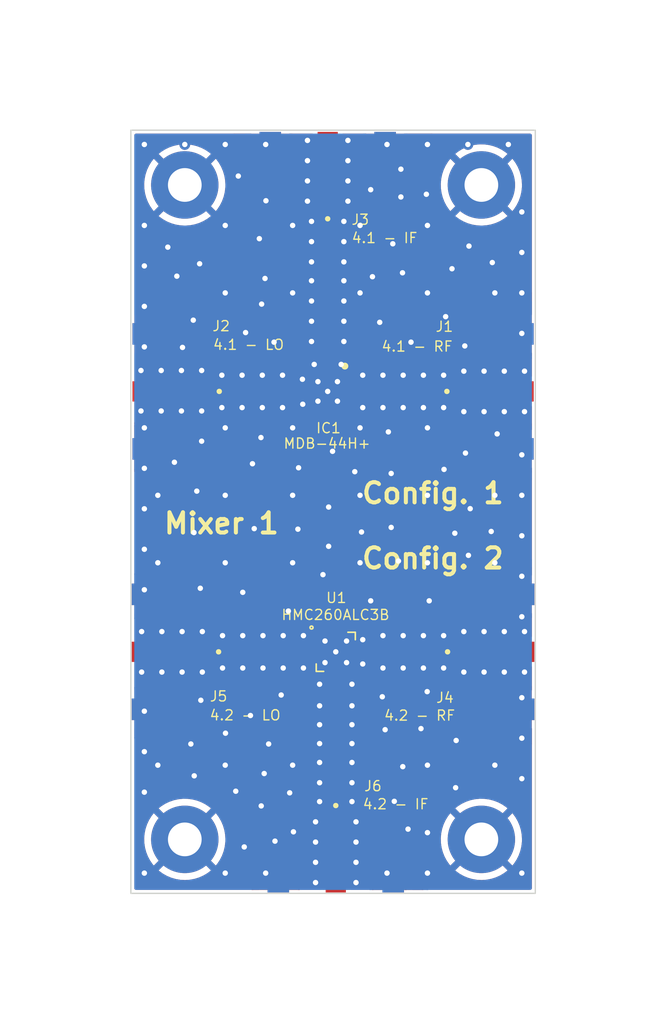
<source format=kicad_pcb>
(kicad_pcb (version 20211014) (generator pcbnew)
  (layers (0 "F.Cu" signal) (31 "B.Cu" signal) (34 "B.Paste" user) (35 "F.Paste" user) (36 "B.SilkS" user "B.Silkscreen") (37 "F.SilkS" user "F.Silkscreen") (38 "B.Mask" user) (39 "F.Mask" user) (44 "Edge.Cuts" user))
  (net 0 "")
  (net 1 "/IF 4.1")
  (net 2 "/LO 4.1")
  (net 3 "/RF 4.1")
  (net 4 "/RF 4.2")
  (net 5 "/LO 4.2")
  (net 6 "/IF 4.2")
  (net 7 "GND1")
  (footprint "MountingHole:MountingHole_2.5mm_Pad" (layer "F.Cu") (at 109 165.5)
    (fp_text reference "H1" hide)
    (fp_text value "MountingHole_Pad")
  )
  (footprint "GGS_Connectors:LINX_CONSMA020.062-G" (layer "F.Cu") (at 97.6 113.0675 180)
    (fp_text reference "J3")
    (fp_text value "SMA")
  )
  (footprint "GGS_Connectors:LINX_CONSMA020.062-G" (layer "F.Cu") (at 83.1175 132.3 -90)
    (fp_text reference "J2")
    (fp_text value "SMA")
  )
  (footprint "GGS_Connectors:LINX_CONSMA020.062-G" (layer "F.Cu") (at 98.2 169.4325)
    (fp_text reference "J6")
    (fp_text value "SMA")
  )
  (footprint "MountingHole:MountingHole_2.5mm_Pad" (layer "F.Cu") (at 109 117)
    (fp_text reference "H3" hide)
    (fp_text value "MountingHole_Pad")
  )
  (footprint "GGS_Connectors:LINX_CONSMA020.062-G" (layer "F.Cu") (at 112.9325 151.6 90)
    (fp_text reference "J4")
    (fp_text value "SMA")
  )
  (footprint "GGS_Connectors:LINX_CONSMA020.062-G" (layer "F.Cu") (at 112.8825 132.3 90)
    (fp_text reference "J1")
    (fp_text value "SMA")
  )
  (footprint "MountingHole:MountingHole_2.5mm_Pad" (layer "F.Cu") (at 87 165.5)
    (fp_text reference "H2" hide)
    (fp_text value "MountingHole_Pad")
  )
  (footprint "GGS_Connectors:LINX_CONSMA020.062-G" (layer "F.Cu") (at 83.0675 151.6 -90)
    (fp_text reference "J5")
    (fp_text value "SMA")
  )
  (footprint "SamacSys_Parts:QFN51P300X300X89-13N" (layer "F.Cu") (at 97.6 132.3 -90)
    (fp_text reference "IC1")
    (fp_text value "MDB-44H+")
  )
  (footprint "MountingHole:MountingHole_2.5mm_Pad" (layer "F.Cu") (at 87 117)
    (fp_text reference "H4" hide)
    (fp_text value "MountingHole_Pad")
  )
  (footprint "Mixer_2:HMC260ALC3B" (layer "F.Cu") (at 98.2 151.6)
    (fp_text reference "U1")
    (fp_text value "HMC260ALC3B")
  )
  (gr_rect (start 83 112.94) (end 113 169.5) (layer "Edge.Cuts") (width 0.1) (fill none))
  (gr_text "4.1 - LO" (at 91.73 128.84) (layer "F.SilkS") (effects (font (size 0.75 0.75) (thickness 0.1))))
  (gr_text "4.1 - RF" (at 104.23 128.97) (layer "F.SilkS") (effects (font (size 0.75 0.75) (thickness 0.1))))
  (gr_text "4.2 - RF" (at 104.42 156.32) (layer "F.SilkS") (effects (font (size 0.75 0.75) (thickness 0.1))))
  (gr_text "4.2 - LO" (at 91.48 156.3) (layer "F.SilkS") (effects (font (size 0.75 0.75) (thickness 0.1))))
  (gr_text "Mixer 1" (at 89.72 142.08) (layer "F.SilkS") (effects (font (size 1.5 1.5) (thickness 0.3))))
  (gr_text "Config. 1\n\nConfig. 2" (at 105.4 142.26) (layer "F.SilkS") (effects (font (size 1.5 1.5) (thickness 0.3))))
  (gr_text "4.2 - IF" (at 102.64 162.89) (layer "F.SilkS") (effects (font (size 0.75 0.75) (thickness 0.1))))
  (gr_text "4.1 - IF" (at 101.82 120.93) (layer "F.SilkS") (effects (font (size 0.75 0.75) (thickness 0.1))))
  (segment (start 97.6 115.8675) (end 97.6 129.8182) (width 0.814578) (layer "F.Cu") (net 1))
  (segment (start 97.6 130.85) (end 97.6 129.8182) (width 0.25) (layer "F.Cu") (net 1))
  (segment (start 85.9175 132.3) (end 95.104992 132.3) (width 0.840994) (layer "F.Cu") (net 2))
  (segment (start 96.15 132.3) (end 95.104992 132.3) (width 0.25) (layer "F.Cu") (net 2))
  (segment (start 110.0825 132.3) (end 100.085864 132.3) (width 0.822706) (layer "F.Cu") (net 3))
  (segment (start 99.05 132.3) (end 100.085864 132.3) (width 0.25) (layer "F.Cu") (net 3))
  (segment (start 110.1325 151.6) (end 101.3 151.6) (width 0.822706) (layer "F.Cu") (net 4))
  (segment (start 101.3 151.6) (end 100.760864 151.6) (width 0.822706) (layer "F.Cu") (net 4))
  (segment (start 99.7 151.6) (end 100.760864 151.6) (width 0.25) (layer "F.Cu") (net 4))
  (segment (start 99.7 151.6) (end 101.3 151.6) (width 0.25) (layer "F.Cu") (net 4))
  (segment (start 85.8675 151.6) (end 94.4 151.6) (width 0.840486) (layer "F.Cu") (net 5))
  (segment (start 94.4 151.6) (end 95.630246 151.6) (width 0.840486) (layer "F.Cu") (net 5))
  (segment (start 96.7 151.6) (end 94.4 151.6) (width 0.25) (layer "F.Cu") (net 5))
  (segment (start 96.7 151.6) (end 95.630246 151.6) (width 0.25) (layer "F.Cu") (net 5))
  (segment (start 98.2 166.6325) (end 98.2 154.9) (width 0.816102) (layer "F.Cu") (net 6))
  (segment (start 98.2 153.1) (end 98.2 154.9) (width 0.25) (layer "F.Cu") (net 6))
  (segment (start 98.2 153.1) (end 98.2 154.157562) (width 0.25) (layer "F.Cu") (net 6))
  (segment (start 98.2 154.9) (end 98.2 154.157562) (width 0.816102) (layer "F.Cu") (net 6))
  (segment (start 98.8 133.5) (end 100.2 133.5) (width 0.840994) (layer "F.Cu") (net 7))
  (segment (start 98.11 133.75) (end 98.11 132.81) (width 0.840994) (layer "F.Cu") (net 7))
  (segment (start 85.5675 128.04) (end 85.5675 127.7375) (width 0.840994) (layer "F.Cu") (net 7))
  (segment (start 100.79 118.11) (end 100.79 117.35) (width 0.840994) (layer "F.Cu") (net 7))
  (segment (start 97 150.4) (end 95.8 150.4) (width 0.840994) (layer "F.Cu") (net 7))
  (segment (start 95.6 133.4) (end 94.35 133.4) (width 0.840994) (layer "F.Cu") (net 7))
  (segment (start 99.04 149.76) (end 98.7 150.1) (width 0.840994) (layer "F.Cu") (net 7))
  (segment (start 83.75 135.36) (end 83.75 133.75) (width 0.840994) (layer "F.Cu") (net 7))
  (segment (start 112.32 154.2) (end 112.29 154.17) (width 0.840994) (layer "F.Cu") (net 7))
  (segment (start 110.4325 126.8975) (end 112.32 125.01) (width 0.840994) (layer "F.Cu") (net 7))
  (segment (start 98.11 132.81) (end 97.6 132.3) (width 0.840994) (layer "F.Cu") (net 7))
  (segment (start 85.36 155.86) (end 83.68 154.18) (width 0.840994) (layer "F.Cu") (net 7))
  (segment (start 83.8 147.39) (end 83.8 150.1) (width 0.840994) (layer "F.Cu") (net 7))
  (segment (start 112.32 158.4) (end 112.32 154.2) (width 0.840994) (layer "F.Cu") (net 7))
  (segment (start 93.02 118.17) (end 92.3 118.17) (width 0.840994) (layer "F.Cu") (net 7))
  (segment (start 84.92 154.69) (end 83.8 153.57) (width 0.840994) (layer "F.Cu") (net 7))
  (segment (start 93.34 115.5175) (end 92.5775 115.5175) (width 0.840994) (layer "F.Cu") (net 7))
  (segment (start 107.82 156.92) (end 111.77 156.92) (width 0.840994) (layer "F.Cu") (net 7))
  (segment (start 92.84 113.7) (end 96.1 113.7) (width 0.840994) (layer "F.Cu") (net 7))
  (segment (start 83.68 125.85) (end 83.68 129.83) (width 0.840994) (layer "F.Cu") (net 7))
  (segment (start 97.6 134.19) (end 97.28 134.51) (width 0.840994) (layer "F.Cu") (net 7))
  (segment (start 99 152.4) (end 99.29 152.69) (width 0.840994) (layer "F.Cu") (net 7))
  (segment (start 99.04 150.76) (end 99.04 149.44) (width 0.840994) (layer "F.Cu") (net 7))
  (segment (start 97.4 152.4) (end 97.1 152.7) (width 0.840994) (layer "F.Cu") (net 7))
  (segment (start 111.5 129.05) (end 107.78 129.05) (width 0.840994) (layer "F.Cu") (net 7))
  (segment (start 97.7 150.1) (end 98.7 150.1) (width 0.840994) (layer "F.Cu") (net 7))
  (segment (start 98.6 131.3) (end 98.325 131.575) (width 0.840994) (layer "F.Cu") (net 7))
  (segment (start 97.09 132.81) (end 97.6 132.3) (width 0.840994) (layer "F.Cu") (net 7))
  (segment (start 105.1 168.37) (end 104.77 168.7) (width 0.840994) (layer "F.Cu") (net 7))
  (segment (start 92.83 167.3) (end 92.65 167.48) (width 0.840994) (layer "F.Cu") (net 7))
  (segment (start 99.4 153.529992) (end 98.970008 153.1) (width 0.840994) (layer "F.Cu") (net 7))
  (segment (start 83.68 154.18) (end 83.68 157.71) (width 0.840994) (layer "F.Cu") (net 7))
  (segment (start 107.77 129.04) (end 107.77 128.93) (width 0.840994) (layer "F.Cu") (net 7))
  (segment (start 107.77 128.93) (end 107.77 126.98) (width 0.840994) (layer "F.Cu") (net 7))
  (segment (start 103.39 168.83) (end 100.93 168.83) (width 0.840994) (layer "F.Cu") (net 7))
  (segment (start 111.6 148.29) (end 107.76 148.29) (width 0.840994) (layer "F.Cu") (net 7))
  (segment (start 94.88 168.05) (end 94.88 164.3) (width 0.840994) (layer "F.Cu") (net 7))
  (segment (start 84.26 137.6) (end 84.31 137.55) (width 0.840994) (layer "F.Cu") (net 7))
  (segment (start 90.68 113.62) (end 94.93 113.62) (width 0.840994) (layer "F.Cu") (net 7))
  (segment (start 83.68 157.71) (end 83.7 157.73) (width 0.840994) (layer "F.Cu") (net 7))
  (segment (start 97.66 150.1) (end 97.25 149.69) (width 0.840994) (layer "F.Cu") (net 7))
  (segment (start 103.4125 115.5175) (end 105.31 113.62) (width 0.840994) (layer "F.Cu") (net 7))
  (segment (start 105.31 113.62) (end 100.41 113.62) (width 0.840994) (layer "F.Cu") (net 7))
  (segment (start 111.66 154.92) (end 107.85 154.92) (width 0.840994) (layer "F.Cu") (net 7))
  (segment (start 99.02 131.529992) (end 99.05 131.529992) (width 0.840994) (layer "F.Cu") (net 7))
  (segment (start 97.429992 153.14) (end 97.429992 153.1) (width 0.840994) (layer "F.Cu") (net 7))
  (segment (start 85.5675 136.5475) (end 83.67 134.65) (width 0.840994) (layer "F.Cu") (net 7))
  (segment (start 96.72 134.51) (end 96.38 134.17) (width 0.840994) (layer "F.Cu") (net 7))
  (segment (start 99.479992 133.5) (end 99.05 133.070008) (width 0.840994) (layer "F.Cu") (net 7))
  (segment (start 98.325 133.025) (end 98.8 133.5) (width 0.840994) (layer "F.Cu") (net 7))
  (segment (start 88.12 156.83) (end 88.16 156.79) (width 0.840994) (layer "F.Cu") (net 7))
  (segment (start 94.35 133.4) (end 94.25 133.5) (width 0.840994) (layer "F.Cu") (net 7))
  (segment (start 96.51 131.21) (end 96.51 128.71) (width 0.840994) (layer "F.Cu") (net 7))
  (segment (start 99.29 150.51) (end 101.59 150.51) (width 0.840994) (layer "F.Cu") (net 7))
  (segment (start 97.4 150.8) (end 97.25 150.65) (width 0.840994) (layer "F.Cu") (net 7))
  (segment (start 100.070008 150.829992) (end 99.7 150.829992) (width 0.840994) (layer "F.Cu") (net 7))
  (segment (start 96.6 131.3) (end 96.6 130.3) (width 0.840994) (layer "F.Cu") (net 7))
  (segment (start 96.7 131.4) (end 95.725 131.4) (width 0.840994) (layer "F.Cu") (net 7))
  (segment (start 110.4325 128.04) (end 110.4325 126.8975) (width 0.840994) (layer "F.Cu") (net 7))
  (segment (start 98.6 130.3) (end 98.6 131.3) (width 0.840994) (layer "F.Cu") (net 7))
  (segment (start 98.11 133.75) (end 98.75 134.39) (width 0.840994) (layer "F.Cu") (net 7))
  (segment (start 101.48 164.34) (end 103.49 164.34) (width 0.840994) (layer "F.Cu") (net 7))
  (segment (start 103.03 117.89) (end 102.75 118.17) (width 0.840994) (layer "F.Cu") (net 7))
  (segment (start 88.25 135.99) (end 88.25 135.59) (width 0.840994) (layer "F.Cu") (net 7))
  (segment (start 97.28 134.51) (end 96.72 134.51) (width 0.840994) (layer "F.Cu") (net 7))
  (segment (start 94.93 113.62) (end 94.93 113.73) (width 0.840994) (layer "F.Cu") (net 7))
  (segment (start 107.85 154.92) (end 107.81 154.96) (width 0.840994) (layer "F.Cu") (net 7))
  (segment (start 112.32 129.59) (end 112.3 129.61) (width 0.840994) (layer "F.Cu") (net 7))
  (segment (start 98.2 151.6) (end 99 150.8) (width 0.840994) (layer "F.Cu") (net 7))
  (segment (start 111.77 156.92) (end 112.2 156.49) (width 0.840994) (layer "F.Cu") (net 7))
  (segment (start 88.15 146.28) (end 88.1 146.23) (width 0.840994) (layer "F.Cu") (net 7))
  (segment (start 103.03 114.43) (end 103.03 115.83) (width 0.840994) (layer "F.Cu") (net 7))
  (segment (start 107.79 137.58) (end 107.79 135.5) (width 0.840994) (layer "F.Cu") (net 7))
  (segment (start 84.46 148.3) (end 88.15 148.3) (width 0.840994) (layer "F.Cu") (net 7))
  (segment (start 84.66 129.05) (end 84.64 129.03) (width 0.840994) (layer "F.Cu") (net 7))
  (segment (start 98.6 130.3) (end 98.68 130.22) (width 0.840994) (layer "F.Cu") (net 7))
  (segment (start 98.75 134.39) (end 98.83 134.39) (width 0.840994) (layer "F.Cu") (net 7))
  (segment (start 99.54 153.27) (end 99.7 153.11) (width 0.840994) (layer "F.Cu") (net 7))
  (segment (start 102.46 167.9) (end 103.39 168.83) (width 0.840994) (layer "F.Cu") (net 7))
  (segment (start 84.26 137.63) (end 84.26 137.6) (width 0.840994) (layer "F.Cu") (net 7))
  (segment (start 97.5 149.44) (end 97.4 149.54) (width 0.840994) (layer "F.Cu") (net 7))
  (segment (start 85.5675 135.8875) (end 84.74 135.06) (width 0.840994) (layer "F.Cu") (net 7))
  (segment (start 99.4 154) (end 99.4 153.529992) (width 0.840994) (layer "F.Cu") (net 7))
  (segment (start 97 153.529992) (end 97.429992 153.1) (width 0.840994) (layer "F.Cu") (net 7))
  (segment (start 83.67 134.65) (end 83.67 138.22) (width 0.840994) (layer "F.Cu") (net 7))
  (segment (start 111.68 137.59) (end 107.8 137.59) (width 0.840994) (layer "F.Cu") (net 7))
  (segment (start 110.82 135.45) (end 112.2 134.07) (width 0.840994) (layer "F.Cu") (net 7))
  (segment (start 112.32 149.03) (end 112.31 149.04) (width 0.840994) (layer "F.Cu") (net 7))
  (segment (start 100.79 115.02) (end 99.47 113.7) (width 0.840994) (layer "F.Cu") (net 7))
  (segment (start 84.18 127.04) (end 84.2 127.02) (width 0.840994) (layer "F.Cu") (net 7))
  (segment (start 92.3 118.17) (end 92.27 118.14) (width 0.840994) (layer "F.Cu") (net 7))
  (segment (start 103.49 164.34) (end 103.56 164.41) (width 0.840994) (layer "F.Cu") (net 7))
  (segment (start 95.8 150.4) (end 96.270008 150.4) (width 0.840994) (layer "F.Cu") (net 7))
  (segment (start 94.36 118.15) (end 94.34 118.17) (width 0.840994) (layer "F.Cu") (net 7))
  (segment (start 98.6 130.3) (end 98.6 130.94) (width 0.840994) (layer "F.Cu") (net 7))
  (segment (start 112.29 138.27) (end 111.68 137.66) (width 0.840994) (layer "F.Cu") (net 7))
  (segment (start 101.59 152.69) (end 101.7 152.8) (width 0.840994) (layer "F.Cu") (net 7))
  (segment (start 85.78 134.72) (end 86.75 133.75) (width 0.840994) (layer "F.Cu") (net 7))
  (segment (start 92.27 114.27) (end 92.84 113.7) (width 0.840994) (layer "F.Cu") (net 7))
  (segment (start 97.4 150.8) (end 97.1 150.5) (width 0.840994) (layer "F.Cu") (net 7))
  (segment (start 84.96 146.23) (end 83.8 147.39) (width 0.840994) (layer "F.Cu") (net 7))
  (segment (start 83.71 149.18) (end 84.43 148.46) (width 0.840994) (layer "F.Cu") (net 7))
  (segment (start 83.7 157.73) (end 84.4 157.03) (width 0.840994) (layer "F.Cu") (net 7))
  (segment (start 88.17 129.05) (end 84.66 129.05) (width 0.840994) (layer "F.Cu") (net 7))
  (segment (start 87.63 127.02) (end 88.24 127.02) (width 0.840994) (layer "F.Cu") (net 7))
  (segment (start 84.4 156.86) (end 84.43 156.83) (width 0.840994) (layer "F.Cu") (net 7))
  (segment (start 110.17 135.45) (end 110.82 135.45) (width 0.840994) (layer "F.Cu") (net 7))
  (segment (start 101.59 150.51) (end 101.7 150.4) (width 0.840994) (layer "F.Cu") (net 7))
  (segment (start 84.74 135.06) (end 84.11 135.69) (width 0.840994) (layer "F.Cu") (net 7))
  (segment (start 83.8 153.57) (end 83.8 153.1) (width 0.840994) (layer "F.Cu") (net 7))
  (segment (start 112.32 145.39) (end 112.32 149.03) (width 0.840994) (layer "F.Cu") (net 7))
  (segment (start 99.7 153.11) (end 99.7 152.370008) (width 0.840994) (layer "F.Cu") (net 7))
  (segment (start 99.29 152.69) (end 101.59 152.69) (width 0.840994) (layer "F.Cu") (net 7))
  (segment (start 100.2 150.7) (end 100.070008 150.829992) (width 0.840994) (layer "F.Cu") (net 7))
  (segment (start 92.65 167.48) (end 93.87 168.7) (width 0.840994) (layer "F.Cu") (net 7))
  (segment (start 103.56 164.41) (end 103.56 164.74) (width 0.840994) (layer "F.Cu") (net 7))
  (segment (start 96.38 133.98) (end 96.61 133.75) (width 0.840994) (layer "F.Cu") (net 7))
  (segment (start 84.11 135.72) (end 83.75 135.36) (width 0.840994) (layer "F.Cu") (net 7))
  (segment (start 97.1 152.7) (end 94.4 152.7) (width 0.840994) (layer "F.Cu") (net 7))
  (segment (start 97.4 150.8) (end 97.5 150.8) (width 0.840994) (layer "F.Cu") (net 7))
  (segment (start 100.2 133.5) (end 99.479992 133.5) (width 0.840994) (layer "F.Cu") (net 7))
  (segment (start 103.26 168.7) (end 103.39 168.83) (width 0.840994) (layer "F.Cu") (net 7))
  (segment (start 97.4 152.4) (end 98.2 151.6) (width 0.840994) (layer "F.Cu") (net 7))
  (segment (start 110.5 136.56) (end 112.32 134.74) (width 0.840994) (layer "F.Cu") (net 7))
  (segment (start 99 150.8) (end 99.29 150.51) (width 0.840994) (layer "F.Cu") (net 7))
  (segment (start 103.39 168.83) (end 104.64 168.83) (width 0.840994) (layer "F.Cu") (net 7))
  (segment (start 95.8 152.8) (end 96.270008 152.8) (width 0.840994) (layer "F.Cu") (net 7))
  (segment (start 83.69 129.84) (end 84.18 129.35) (width 0.840994) (layer "F.Cu") (net 7))
  (segment (start 112.2 156.49) (end 112.2 153.1) (width 0.840994) (layer "F.Cu") (net 7))
  (segment (start 112.2 127.53) (end 112.2 130.8) (width 0.840994) (layer "F.Cu") (net 7))
  (segment (start 107.84 135.45) (end 110.17 135.45) (width 0.840994) (layer "F.Cu") (net 7))
  (segment (start 84.43 156.83) (end 88.12 156.83) (width 0.840994) (layer "F.Cu") (net 7))
  (segment (start 110.4325 136.56) (end 110.5 136.56) (width 0.840994) (layer "F.Cu") (net 7))
  (segment (start 101.49 168.21) (end 101.49 164.35) (width 0.840994) (layer "F.Cu") (net 7))
  (segment (start 83.68 145.68) (end 83.68 149.15) (width 0.840994) (layer "F.Cu") (net 7))
  (segment (start 95.49 168.66) (end 94.88 168.05) (width 0.840994) (layer "F.Cu") (net 7))
  (segment (start 97.25 149.69) (end 97.5 149.44) (width 0.840994) (layer "F.Cu") (net 7))
  (segment (start 99 150.8) (end 97.4 150.8) (width 0.840994) (layer "F.Cu") (net 7))
  (segment (start 107.76 146.26) (end 107.79 146.23) (width 0.840994) (layer "F.Cu") (net 7))
  (segment (start 85.5175 155.86) (end 85.36 155.86) (width 0.840994) (layer "F.Cu") (net 7))
  (segment (start 85.5675 127.7375) (end 83.68 125.85) (width 0.840994) (layer "F.Cu") (net 7))
  (segment (start 96.875 133.025) (end 98.325 133.025) (width 0.840994) (layer "F.Cu") (net 7))
  (segment (start 97.4 150.8) (end 97.4 149.54) (width 0.840994) (layer "F.Cu") (net 7))
  (segment (start 107.8 137.59) (end 107.79 137.58) (width 0.840994) (layer "F.Cu") (net 7))
  (segment (start 112.2 134.07) (end 112.2 133.8) (width 0.840994) (layer "F.Cu") (net 7))
  (segment (start 96.875 131.575) (end 96.6 131.3) (width 0.840994) (layer "F.Cu") (net 7))
  (segment (start 97.4 150.8) (end 97 150.4) (width 0.840994) (layer "F.Cu") (net 7))
  (segment (start 98.71 134.51) (end 97.28 134.51) (width 0.840994) (layer "F.Cu") (net 7))
  (segment (start 112.32 138.24) (end 112.29 138.27) (width 0.840994) (layer "F.Cu") (net 7))
  (segment (start 107.77 126.98) (end 111.65 126.98) (width 0.840994) (layer "F.Cu") (net 7))
  (segment (start 92.27 118.14) (end 92.27 114.27) (width 0.840994) (layer "F.Cu") (net 7))
  (segment (start 99 150.8) (end 99.04 150.76) (width 0.840994) (layer "F.Cu") (net 7))
  (segment (start 96.875 131.575) (end 96.51 131.21) (width 0.840994) (layer "F.Cu") (net 7))
  (segment (start 94.88 164.3) (end 92.93 164.3) (width 0.840994) (layer "F.Cu") (net 7))
  (segment (start 107.79 135.5) (end 107.84 135.45) (width 0.840994) (layer "F.Cu") (net 7))
  (segment (start 97.4 152.74) (end 97 153.14) (width 0.840994) (layer "F.Cu") (net 7))
  (segment (start 84.43 148.46) (end 84.43 148.33) (width 0.840994) (layer "F.Cu") (net 7))
  (segment (start 97 153.14) (end 97.429992 153.14) (width 0.840994) (layer "F.Cu") (net 7))
  (segment (start 85.78 135.52) (end 85.78 134.72) (width 0.840994) (layer "F.Cu") (net 7))
  (segment (start 100.2 131.1) (end 99.479992 131.1) (width 0.840994) (layer "F.Cu") (net 7))
  (segment (start 102.46 166.9825) (end 102.46 167.9) (width 0.840994) (layer "F.Cu") (net 7))
  (segment (start 98.2 151.6) (end 99 152.4) (width 0.840994) (layer "F.Cu") (net 7))
  (segment (start 93.87 168.7) (end 96.7 168.7) (width 0.840994) (layer "F.Cu") (net 7))
  (segment (start 110.4825 155.86) (end 110.4825 156.5625) (width 0.840994) (layer "F.Cu") (net 7))
  (segment (start 102.75 118.17) (end 100.85 118.17) (width 0.840994) (layer "F.Cu") (net 7))
  (segment (start 92.93 164.3) (end 92.83 164.4) (width 0.840994) (layer "F.Cu") (net 7))
  (segment (start 97.4 150.8) (end 98.2 151.6) (width 0.840994) (layer "F.Cu") (net 7))
  (segment (start 98.9 150.8) (end 98.2 150.1) (width 0.840994) (layer "F.Cu") (net 7))
  (segment (start 94.36 114.3) (end 94.36 118.15) (width 0.840994) (layer "F.Cu") (net 7))
  (segment (start 96.875 131.575) (end 96.7 131.4) (width 0.840994) (layer "F.Cu") (net 7))
  (segment (start 85.5175 147.34) (end 85.34 147.34) (width 0.840994) (layer "F.Cu") (net 7))
  (segment (start 107.78 129.05) (end 107.77 129.04) (width 0.840994) (layer "F.Cu") (net 7))
  (segment (start 84.4 157.03) (end 84.4 156.86) (width 0.840994) (layer "F.Cu") (net 7))
  (segment (start 98.6 130.94) (end 99.02 131.36) (width 0.840994) (layer "F.Cu") (net 7))
  (segment (start 98.68 130.22) (end 98.68 128.72) (width 0.840994) (layer "F.Cu") (net 7))
  (segment (start 112.06 129.61) (end 111.5 129.05) (width 0.840994) (layer "F.Cu") (net 7))
  (segment (start 110.4825 156.5625) (end 112.32 158.4) (width 0.840994) (layer "F.Cu") (net 7))
  (segment (start 111.71 154.87) (end 111.66 154.92) (width 0.840994) (layer "F.Cu") (net 7))
  (segment (start 88.25 137.55) (end 88.25 135.99) (width 0.840994) (layer "F.Cu") (net 7))
  (segment (start 96.38 134.17) (end 96.38 133.98) (width 0.840994) (layer "F.Cu") (net 7))
  (segment (start 97.5 150.8) (end 98.2 150.1) (width 0.840994) (layer "F.Cu") (net 7))
  (segment (start 111.67 146.23) (end 112.2 146.76) (width 0.840994) (layer "F.Cu") (net 7))
  (segment (start 97.09 133.75) (end 97.09 132.81) (width 0.840994) (layer "F.Cu") (net 7))
  (segment (start 95.47 168.83) (end 95.49 168.81) (width 0.840994) (layer "F.Cu") (net 7))
  (segment (start 97.1 150.5) (end 94.4 150.5) (width 0.840994) (layer "F.Cu") (net 7))
  (segment (start 94.35 131.2) (end 94.25 131.1) (width 0.840994) (layer "F.Cu") (net 7))
  (segment (start 96.270008 152.8) (end 96.7 152.370008) (width 0.840994) (layer "F.Cu") (net 7))
  (segment (start 94.34 118.17) (end 93.02 118.17) (width 0.840994) (layer "F.Cu") (net 7))
  (segment (start 111.65 126.98) (end 112.2 127.53) (width 0.840994) (layer "F.Cu") (net 7))
  (segment (start 88.15 148.3) (end 88.15 146.89) (width 0.840994) (layer "F.Cu") (net 7))
  (segment (start 84.64 129.03) (end 83.75 129.92) (width 0.840994) (layer "F.Cu") (net 7))
  (segment (start 92.83 164.4) (end 92.83 167.3) (width 0.840994) (layer "F.Cu") (net 7))
  (segment (start 93.8675 166.9825) (end 92.02 168.83) (width 0.840994) (layer "F.Cu") (net 7))
  (segment (start 84.31 137.55) (end 86.23 137.55) (width 0.840994) (layer "F.Cu") (net 7))
  (segment (start 84.18 129.35) (end 84.18 128.82) (width 0.840994) (layer "F.Cu") (net 7))
  (segment (start 92.5775 115.5175) (end 90.68 113.62) (width 0.840994) (layer "F.Cu") (net 7))
  (segment (start 97.11 155.49) (end 97 155.6) (width 0.840994) (layer "F.Cu") (net 7))
  (segment (start 97 154) (end 97 153.529992) (width 0.840994) (layer "F.Cu") (net 7))
  (segment (start 111.68 137.66) (end 111.68 137.59) (width 0.840994) (layer "F.Cu") (net 7))
  (segment (start 94.93 113.73) (end 94.36 114.3) (width 0.840994) (layer "F.Cu") (net 7))
  (segment (start 98.2 150.1) (end 97.66 150.1) (width 0.840994) (layer "F.Cu") (net 7))
  (segment (start 88.1 146.23) (end 84.96 146.23) (width 0.840994) (layer "F.Cu") (net 7))
  (segment (start 100.85 118.17) (end 100.79 118.11) (width 0.840994) (layer "F.Cu") (net 7))
  (segment (start 107.76 148.29) (end 107.76 146.26) (width 0.840994) (layer "F.Cu") (net 7))
  (segment (start 100.79 117.35) (end 100.79 115.02) (width 0.840994) (layer "F.Cu") (net 7))
  (segment (start 110.4825 147.2275) (end 112.32 145.39) (width 0.840994) (layer "F.Cu") (net 7))
  (segment (start 104.77 168.7) (end 99.7 168.7) (width 0.840994) (layer "F.Cu") (net 7))
  (segment (start 112.29 154.17) (end 111.71 154.75) (width 0.840994) (layer "F.Cu") (net 7))
  (segment (start 95.75 133.25) (end 95.6 133.4) (width 0.840994) (layer "F.Cu") (net 7))
  (segment (start 99 152.73) (end 99.54 153.27) (width 0.840994) (layer "F.Cu") (net 7))
  (segment (start 97.6 133.75) (end 97.6 134.19) (width 0.840994) (layer "F.Cu") (net 7))
  (segment (start 95.525 131.2) (end 94.35 131.2) (width 0.840994) (layer "F.Cu") (net 7))
  (segment (start 101.49 164.35) (end 101.48 164.34) (width 0.840994) (layer "F.Cu") (net 7))
  (segment (start 86.23 137.55) (end 88.25 137.55) (width 0.840994) (layer "F.Cu") (net 7))
  (segment (start 97.11 152.69) (end 97.11 155.49) (width 0.840994) (layer "F.Cu") (net 7))
  (segment (start 94.4 152.7) (end 94.3 152.8) (width 0.840994) (layer "F.Cu") (net 7))
  (segment (start 104.64 168.83) (end 104.77 168.7) (width 0.840994) (layer "F.Cu") (net 7))
  (segment (start 100.93 168.77) (end 101.49 168.21) (width 0.840994) (layer "F.Cu") (net 7))
  (segment (start 100.93 168.83) (end 100.93 168.77) (width 0.840994) (layer "F.Cu") (net 7))
  (segment (start 88.16 154.95) (end 87.9 154.69) (width 0.840994) (layer "F.Cu") (net 7))
  (segment (start 112.32 134.74) (end 112.32 138.24) (width 0.840994) (layer "F.Cu") (net 7))
  (segment (start 84.11 135.69) (end 84.11 135.72) (width 0.840994) (layer "F.Cu") (net 7))
  (segment (start 112.32 125.01) (end 112.32 129.59) (width 0.840994) (layer "F.Cu") (net 7))
  (segment (start 111.69 148.38) (end 111.6 148.29) (width 0.840994) (layer "F.Cu") (net 7))
  (segment (start 110.4825 147.34) (end 110.4825 147.2275) (width 0.840994) (layer "F.Cu") (net 7))
  (segment (start 85.34 147.34) (end 83.68 145.68) (width 0.840994) (layer "F.Cu") (net 7))
  (segment (start 97.5 149.44) (end 99.04 149.44) (width 0.840994) (layer "F.Cu") (net 7))
  (segment (start 83.75 129.92) (end 83.75 130.75) (width 0.840994) (layer "F.Cu") (net 7))
  (segment (start 112.3 129.61) (end 112.06 129.61) (width 0.840994) (layer "F.Cu") (net 7))
  (segment (start 88.18 135.52) (end 85.78 135.52) (width 0.840994) (layer "F.Cu") (net 7))
  (segment (start 85.5675 136.56) (end 85.5675 136.5475) (width 0.840994) (layer "F.Cu") (net 7))
  (segment (start 112.2 146.76) (end 112.2 150.1) (width 0.840994) (layer "F.Cu") (net 7))
  (segment (start 97.25 150.65) (end 97.25 149.69) (width 0.840994) (layer "F.Cu") (net 7))
  (segment (start 99.479992 131.1) (end 99.05 131.529992) (width 0.840994) (layer "F.Cu") (net 7))
  (segment (start 99.7 168.7) (end 103.26 168.7) (width 0.840994) (layer "F.Cu") (net 7))
  (segment (start 84.43 148.33) (end 84.46 148.3) (width 0.840994) (layer "F.Cu") (net 7))
  (segment (start 98.83 134.39) (end 98.71 134.51) (width 0.840994) (layer "F.Cu") (net 7))
  (segment (start 99.47 113.7) (end 99.1 113.7) (width 0.840994) (layer "F.Cu") (net 7))
  (segment (start 112.31 149.04) (end 111.69 148.42) (width 0.840994) (layer "F.Cu") (net 7))
  (segment (start 88.15 146.89) (end 88.15 146.28) (width 0.840994) (layer "F.Cu") (net 7))
  (segment (start 83.68 149.15) (end 83.71 149.18) (width 0.840994) (layer "F.Cu") (net 7))
  (segment (start 96.270008 150.4) (end 96.7 150.829992) (width 0.840994) (layer "F.Cu") (net 7))
  (segment (start 101.86 115.5175) (end 103.4125 115.5175) (width 0.840994) (layer "F.Cu") (net 7))
  (segment (start 99 152.4) (end 99 152.73) (width 0.840994) (layer "F.Cu") (net 7))
  (segment (start 96.51 128.71) (end 96.4 128.6) (width 0.840994) (layer "F.Cu") (net 7))
  (segment (start 93.94 166.9825) (end 93.8675 166.9825) (width 0.840994) (layer "F.Cu") (net 7))
  (segment (start 101.22 114.43) (end 103.03 114.43) (width 0.840994) (layer "F.Cu") (net 7))
  (segment (start 103.03 115.83) (end 103.03 117.89) (width 0.840994) (layer "F.Cu") (net 7))
  (segment (start 84.18 128.82) (end 84.18 127.04) (width 0.840994) (layer "F.Cu") (net 7))
  (segment (start 100.41 113.62) (end 101.22 114.43) (width 0.840994) (layer "F.Cu") (net 7))
  (segment (start 84.2 127.02) (end 87.63 127.02) (width 0.840994) (layer "F.Cu") (net 7))
  (segment (start 103.94 168.37) (end 105.1 168.37) (width 0.840994) (layer "F.Cu") (net 7))
  (segment (start 111.69 148.42) (end 111.69 148.38) (width 0.840994) (layer "F.Cu") (net 7))
  (segment (start 96.61 133.75) (end 97.09 133.75) (width 0.840994) (layer "F.Cu") (net 7))
  (segment (start 95.75 133.25) (end 96.65 133.25) (width 0.840994) (layer "F.Cu") (net 7))
  (segment (start 95.725 131.4) (end 95.525 131.2) (width 0.840994) (layer "F.Cu") (net 7))
  (segment (start 98.68 128.72) (end 98.8 128.6) (width 0.840994) (layer "F.Cu") (net 7))
  (segment (start 111.71 154.75) (end 111.71 154.87) (width 0.840994) (layer "F.Cu") (net 7))
  (segment (start 88.24 128.98) (end 88.17 129.05) (width 0.840994) (layer "F.Cu") (net 7))
  (segment (start 92.02 168.83) (end 95.47 168.83) (width 0.840994) (layer "F.Cu") (net 7))
  (segment (start 97.4 152.4) (end 97.11 152.69) (width 0.840994) (layer "F.Cu") (net 7))
  (segment (start 95.49 168.81) (end 95.49 168.66) (width 0.840994) (layer "F.Cu") (net 7))
  (segment (start 107.81 156.91) (end 107.82 156.92) (width 0.840994) (layer "F.Cu") (net 7))
  (segment (start 87.9 154.69) (end 84.92 154.69) (width 0.840994) (layer "F.Cu") (net 7))
  (segment (start 103.56 164.74) (end 103.56 167.99) (width 0.840994) (layer "F.Cu") (net 7))
  (segment (start 107.79 146.23) (end 111.67 146.23) (width 0.840994) (layer "F.Cu") (net 7))
  (segment (start 83.67 138.22) (end 84.26 137.63) (width 0.840994) (layer "F.Cu") (net 7))
  (segment (start 103.56 167.99) (end 103.94 168.37) (width 0.840994) (layer "F.Cu") (net 7))
  (segment (start 88.16 156.79) (end 88.16 154.95) (width 0.840994) (layer "F.Cu") (net 7))
  (segment (start 88.24 127.02) (end 88.24 128.98) (width 0.840994) (layer "F.Cu") (net 7))
  (segment (start 99.29 152.69) (end 99.29 155.49) (width 0.840994) (layer "F.Cu") (net 7))
  (segment (start 107.81 154.96) (end 107.81 156.91) (width 0.840994) (layer "F.Cu") (net 7))
  (segment (start 88.25 135.59) (end 88.18 135.52) (width 0.840994) (layer "F.Cu") (net 7))
  (segment (start 99.02 131.36) (end 99.02 131.529992) (width 0.840994) (layer "F.Cu") (net 7))
  (segment (start 96.65 133.25) (end 96.875 133.025) (width 0.840994) (layer "F.Cu") (net 7))
  (segment (start 94.4 150.5) (end 94.3 150.4) (width 0.840994) (layer "F.Cu") (net 7))
  (segment (start 99.29 155.49) (end 99.4 155.6) (width 0.840994) (layer "F.Cu") (net 7))
  (segment (start 99 150.8) (end 98.9 150.8) (width 0.840994) (layer "F.Cu") (net 7))
  (segment (start 83.68 129.83) (end 83.69 129.84) (width 0.840994) (layer "F.Cu") (net 7))
  (segment (start 97.4 152.4) (end 97.4 152.74) (width 0.840994) (layer "F.Cu") (net 7))
  (segment (start 99.04 149.44) (end 99.04 149.76) (width 0.840994) (layer "F.Cu") (net 7))
  (segment (start 85.5675 136.56) (end 85.5675 135.8875) (width 0.840994) (layer "F.Cu") (net 7))
  (via (at 107.82 136.87) (size 0.8) (drill 0.4) (layers "F.Cu" "B.Cu") (net 7))
  (via (at 107.03 142.81) (size 0.8) (drill 0.4) (layers "F.Cu" "B.Cu") (net 7))
  (via (at 98.325 131.575) (size 0.8) (drill 0.4) (layers "F.Cu" "B.Cu") (net 7))
  (via (at 83.8 153.1) (size 0.8) (drill 0.4) (layers "F.Cu" "B.Cu") (net 7))
  (via (at 88.3 150.1) (size 0.8) (drill 0.4) (layers "F.Cu" "B.Cu") (net 7))
  (via (at 99.4 154) (size 0.8) (drill 0.4) (layers "F.Cu" "B.Cu") (net 7))
  (via (at 105 168) (size 0.8) (drill 0.4) (layers "F.Cu" "B.Cu") (net 7))
  (via (at 98.6 130.3) (size 0.8) (drill 0.4) (layers "F.Cu" "B.Cu") (net 7))
  (via (at 99.1 118.2) (size 0.8) (drill 0.4) (layers "F.Cu" "B.Cu") (net 7))
  (via (at 84 120) (size 0.8) (drill 0.4) (layers "F.Cu" "B.Cu") (net 7))
  (via (at 103.03 117.89) (size 0.8) (drill 0.4) (layers "F.Cu" "B.Cu") (net 7))
  (via (at 92.95 123.93) (size 0.8) (drill 0.4) (layers "F.Cu" "B.Cu") (net 7))
  (via (at 107.7 130.8) (size 0.8) (drill 0.4) (layers "F.Cu" "B.Cu") (net 7))
  (via (at 99.4 161.3) (size 0.8) (drill 0.4) (layers "F.Cu" "B.Cu") (net 7))
  (via (at 84 141) (size 0.8) (drill 0.4) (layers "F.Cu" "B.Cu") (net 7))
  (via (at 88.25 135.99) (size 0.8) (drill 0.4) (layers "F.Cu" "B.Cu") (net 7))
  (via (at 103.17 160.11) (size 0.8) (drill 0.4) (layers "F.Cu" "B.Cu") (net 7))
  (via (at 98.8 127.1) (size 0.8) (drill 0.4) (layers "F.Cu" "B.Cu") (net 7))
  (via (at 96.4 121.2) (size 0.8) (drill 0.4) (layers "F.Cu" "B.Cu") (net 7))
  (via (at 110.7 130.8) (size 0.8) (drill 0.4) (layers "F.Cu" "B.Cu") (net 7))
  (via (at 112.2 130.8) (size 0.8) (drill 0.4) (layers "F.Cu" "B.Cu") (net 7))
  (via (at 85.25 130.75) (size 0.8) (drill 0.4) (layers "F.Cu" "B.Cu") (net 7))
  (via (at 84 138) (size 0.8) (drill 0.4) (layers "F.Cu" "B.Cu") (net 7))
  (via (at 104.7 150.4) (size 0.8) (drill 0.4) (layers "F.Cu" "B.Cu") (net 7))
  (via (at 97 154) (size 0.8) (drill 0.4) (layers "F.Cu" "B.Cu") (net 7))
  (via (at 112.2 133.8) (size 0.8) (drill 0.4) (layers "F.Cu" "B.Cu") (net 7))
  (via (at 95.06 164.94) (size 0.8) (drill 0.4) (layers "F.Cu" "B.Cu") (net 7))
  (via (at 109.81 122.75) (size 0.8) (drill 0.4) (layers "F.Cu" "B.Cu") (net 7))
  (via (at 85.25 133.75) (size 0.8) (drill 0.4) (layers "F.Cu" "B.Cu") (net 7))
  (via (at 107.09 161.67) (size 0.8) (drill 0.4) (layers "F.Cu" "B.Cu") (net 7))
  (via (at 84 156) (size 0.8) (drill 0.4) (layers "F.Cu" "B.Cu") (net 7))
  (via (at 84 168) (size 0.8) (drill 0.4) (layers "F.Cu" "B.Cu") (net 7))
  (via (at 97.4 150.8) (size 0.8) (drill 0.4) (layers "F.Cu" "B.Cu") (net 7))
  (via (at 112.2 153.1) (size 0.8) (drill 0.4) (layers "F.Cu" "B.Cu") (net 7))
  (via (at 90 168) (size 0.8) (drill 0.4) (layers "F.Cu" "B.Cu") (net 7))
  (via (at 91.41 166.06) (size 0.8) (drill 0.4) (layers "F.Cu" "B.Cu") (net 7))
  (via (at 105.13 147.82) (size 0.8) (drill 0.4) (layers "F.Cu" "B.Cu") (net 7))
  (via (at 94.68 148.58) (size 0.8) (drill 0.4) (layers "F.Cu" "B.Cu") (net 7))
  (via (at 105 165) (size 0.8) (drill 0.4) (layers "F.Cu" "B.Cu") (net 7))
  (via (at 104.98 154.55) (size 0.8) (drill 0.4) (layers "F.Cu" "B.Cu") (net 7))
  (via (at 88.25 133.75) (size 0.8) (drill 0.4) (layers "F.Cu" "B.Cu") (net 7))
  (via (at 112 125) (size 0.8) (drill 0.4) (layers "F.Cu" "B.Cu") (net 7))
  (via (at 84 135) (size 0.8) (drill 0.4) (layers "F.Cu" "B.Cu") (net 7))
  (via (at 96.4 127.1) (size 0.8) (drill 0.4) (layers "F.Cu" "B.Cu") (net 7))
  (via (at 105 140) (size 0.8) (drill 0.4) (layers "F.Cu" "B.Cu") (net 7))
  (via (at 87.89 139.69) (size 0.8) (drill 0.4) (layers "F.Cu" "B.Cu") (net 7))
  (via (at 86.41 123.76) (size 0.8) (drill 0.4) (layers "F.Cu" "B.Cu") (net 7))
  (via (at 97 155.6) (size 0.8) (drill 0.4) (layers "F.Cu" "B.Cu") (net 7))
  (via (at 92.67 163.02) (size 0.8) (drill 0.4) (layers "F.Cu" "B.Cu") (net 7))
  (via (at 105 114) (size 0.8) (drill 0.4) (layers "F.Cu" "B.Cu") (net 7))
  (via (at 93.69 165.63) (size 0.8) (drill 0.4) (layers "F.Cu" "B.Cu") (net 7))
  (via (at 98.8 119.7) (size 0.8) (drill 0.4) (layers "F.Cu" "B.Cu") (net 7))
  (via (at 108.08 121.53) (size 0.8) (drill 0.4) (layers "F.Cu" "B.Cu") (net 7))
  (via (at 103.78 128.65) (size 0.8) (drill 0.4) (layers "F.Cu" "B.Cu") (net 7))
  (via (at 99.7 164.2) (size 0.8) (drill 0.4) (layers "F.Cu" "B.Cu") (net 7))
  (via (at 103.56 164.74) (size 0.8) (drill 0.4) (layers "F.Cu" "B.Cu") (net 7))
  (via (at 103.2 152.8) (size 0.8) (drill 0.4) (layers "F.Cu" "B.Cu") (net 7))
  (via (at 94.15 154.8) (size 0.8) (drill 0.4) (layers "F.Cu" "B.Cu") (net 7))
  (via (at 83.75 133.75) (size 0.8) (drill 0.4) (layers "F.Cu" "B.Cu") (net 7))
  (via (at 91.25 133.5) (size 0.8) (drill 0.4) (layers "F.Cu" "B.Cu") (net 7))
  (via (at 100.2 152.5) (size 0.8) (drill 0.4) (layers "F.Cu" "B.Cu") (net 7))
  (via (at 97.96 136.74) (size 0.8) (drill 0.4) (layers "F.Cu" "B.Cu") (net 7))
  (via (at 96.875 133.025) (size 0.8) (drill 0.4) (layers "F.Cu" "B.Cu") (net 7))
  (via (at 106.82 123.21) (size 0.8) (drill 0.4) (layers "F.Cu" "B.Cu") (net 7))
  (via (at 110 160) (size 0.8) (drill 0.4) (layers "F.Cu" "B.Cu") (net 7))
  (via (at 94.3 150.4) (size 0.8) (drill 0.4) (layers "F.Cu" "B.Cu") (net 7))
  (via (at 84 129) (size 0.8) (drill 0.4) (layers "F.Cu" "B.Cu") (net 7))
  (via (at 95 145) (size 0.8) (drill 0.4) (layers "F.Cu" "B.Cu") (net 7))
  (via (at 97 157) (size 0.8) (drill 0.4) (layers "F.Cu" "B.Cu") (net 7))
  (via (at 105 135) (size 0.8) (drill 0.4) (layers "F.Cu" "B.Cu") (net 7))
  (via (at 107.7 133.8) (size 0.8) (drill 0.4) (layers "F.Cu" "B.Cu") (net 7))
  (via (at 98.8 124.1) (size 0.8) (drill 0.4) (layers "F.Cu" "B.Cu") (net 7))
  (via (at 92.02 137.66) (size 0.8) (drill 0.4) (layers "F.Cu" "B.Cu") (net 7))
  (via (at 88.15 146.89) (size 0.8) (drill 0.4) (layers "F.Cu" "B.Cu") (net 7))
  (via (at 110 140) (size 0.8) (drill 0.4) (layers "F.Cu" "B.Cu") (net 7))
  (via (at 99.7 165.7) (size 0.8) (drill 0.4) (layers "F.Cu" "B.Cu") (net 7))
  (via (at 90 145) (size 0.8) (drill 0.4) (layers "F.Cu" "B.Cu") (net 7))
  (via (at 96.7 167.2) (size 0.8) (drill 0.4) (layers "F.Cu" "B.Cu") (net 7))
  (via (at 95 120) (size 0.8) (drill 0.4) (layers "F.Cu" "B.Cu") (net 7))
  (via (at 99.4 157) (size 0.8) (drill 0.4) (layers "F.Cu" "B.Cu") (net 7))
  (via (at 90 160) (size 0.8) (drill 0.4) (layers "F.Cu" "B.Cu") (net 7))
  (via (at 100.92 123.8) (size 0.8) (drill 0.4) (layers "F.Cu" "B.Cu") (net 7))
  (via (at 97 159.8) (size 0.8) (drill 0.4) (layers "F.Cu" "B.Cu") (net 7))
  (via (at 83.8 150.1) (size 0.8) (drill 0.4) (layers "F.Cu" "B.Cu") (net 7))
  (via (at 93.22 158.43) (size 0.8) (drill 0.4) (layers "F.Cu" "B.Cu") (net 7))
  (via (at 99.7 168.7) (size 0.8) (drill 0.4) (layers "F.Cu" "B.Cu") (net 7))
  (via (at 101.7 150.4) (size 0.8) (drill 0.4) (layers "F.Cu" "B.Cu") (net 7))
  (via (at 85.3 153.1) (size 0.8) (drill 0.4) (layers "F.Cu" "B.Cu") (net 7))
  (via (at 91.3 147.19) (size 0.8) (drill 0.4) (layers "F.Cu" "B.Cu") (net 7))
  (via (at 91.25 131.1) (size 0.8) (drill 0.4) (layers "F.Cu" "B.Cu") (net 7))
  (via (at 112 137) (size 0.8) (drill 0.4) (layers "F.Cu" "B.Cu") (net 7))
  (via (at 105 120) (size 0.8) (drill 0.4) (layers "F.Cu" "B.Cu") (net 7))
  (via (at 99.4 162.7) (size 0.8) (drill 0.4) (layers "F.Cu" "B.Cu") (net 7))
  (via (at 93 114) (size 0.8) (drill 0.4) (layers "F.Cu" "B.Cu") (net 7))
  (via (at 89.8 152.8) (size 0.8) (drill 0.4) (layers "F.Cu" "B.Cu") (net 7))
  (via (at 85.3 150.1) (size 0.8) (drill 0.4) (layers "F.Cu" "B.Cu") (net 7))
  (via (at 106.2 150.4) (size 0.8) (drill 0.4) (layers "F.Cu" "B.Cu") (net 7))
  (via (at 105 160) (size 0.8) (drill 0.4) (layers "F.Cu" "B.Cu") (net 7))
  (via (at 95.8 150.4) (size 0.8) (drill 0.4) (layers "F.Cu" "B.Cu") (net 7))
  (via (at 107.77 128.93) (size 0.8) (drill 0.4) (layers "F.Cu" "B.Cu") (net 7))
  (via (at 101.7 131.1) (size 0.8) (drill 0.4) (layers "F.Cu" "B.Cu") (net 7))
  (via (at 88.19 155.19) (size 0.8) (drill 0.4) (layers "F.Cu" "B.Cu") (net 7))
  (via (at 102.31 142.38) (size 0.8) (drill 0.4) (layers "F.Cu" "B.Cu") (net 7))
  (via (at 89.75 133.5) (size 0.8) (drill 0.4) (layers "F.Cu" "B.Cu") (net 7))
  (via (at 97.67 140.87) (size 0.8) (drill 0.4) (layers "F.Cu" "B.Cu") (net 7))
  (via (at 97.67 143.78) (size 0.8) (drill 0.4) (layers "F.Cu" "B.Cu") (net 7))
  (via (at 100.11 142.72) (size 0.8) (drill 0.4) (layers "F.Cu" "B.Cu") (net 7))
  (via (at 107.7 153.1) (size 0.8) (drill 0.4) (layers "F.Cu" "B.Cu") (net 7))
  (via (at 111 114) (size 0.8) (drill 0.4) (layers "F.Cu" "B.Cu") (net 7))
  (via (at 90 125) (size 0.8) (drill 0.4) (layers "F.Cu" "B.Cu") (net 7))
  (via (at 96.4 128.6) (size 0.8) (drill 0.4) (layers "F.Cu" "B.Cu") (net 7))
  (via (at 94.3 152.8) (size 0.8) (drill 0.4) (layers "F.Cu" "B.Cu") (net 7))
  (via (at 84 123) (size 0.8) (drill 0.4) (layers "F.Cu" "B.Cu") (net 7))
  (via (at 112 119) (size 0.8) (drill 0.4) (layers "F.Cu" "B.Cu") (net 7))
  (via (at 86.23 137.55) (size 0.8) (drill 0.4) (layers "F.Cu" "B.Cu") (net 7))
  (via (at 96.1 115.2) (size 0.8) (drill 0.4) (layers "F.Cu" "B.Cu") (net 7))
  (via (at 96.4 124.1) (size 0.8) (drill 0.4) (layers "F.Cu" "B.Cu") (net 7))
  (via (at 99.1 116.7) (size 0.8) (drill 0.4) (layers "F.Cu" "B.Cu") (net 7))
  (via (at 112 149) (size 0.8) (drill 0.4) (layers "F.Cu" "B.Cu") (net 7))
  (via (at 96.7 164.2) (size 0.8) (drill 0.4) (layers "F.Cu" "B.Cu") (net 7))
  (via (at 98.8 121.2) (size 0.8) (drill 0.4) (layers "F.Cu" "B.Cu") (net 7))
  (via (at 92.75 131.1) (size 0.8) (drill 0.4) (layers "F.Cu" "B.Cu") (net 7))
  (via (at 103.15 123.51) (size 0.8) (drill 0.4) (layers "F.Cu" "B.Cu") (net 7))
  (via (at 93.02 118.17) (size 0.8) (drill 0.4) (layers "F.Cu" "B.Cu") (net 7))
  (via (at 101.65 154.93) (size 0.8) (drill 0.4) (layers "F.Cu" "B.Cu") (net 7))
  (via (at 105 125) (size 0.8) (drill 0.4) (layers "F.Cu" "B.Cu") (net 7))
  (via (at 97 158.4) (size 0.8) (drill 0.4) (layers "F.Cu" "B.Cu") (net 7))
  (via (at 94.25 133.5) (size 0.8) (drill 0.4) (layers "F.Cu" "B.Cu") (net 7))
  (via (at 96.1 113.7) (size 0.8) (drill 0.4) (layers "F.Cu" "B.Cu") (net 7))
  (via (at 107.7 150.1) (size 0.8) (drill 0.4) (layers "F.Cu" "B.Cu") (net 7))
  (via (at 95.75 133.25) (size 0.8) (drill 0.4) (layers "F.Cu" "B.Cu") (net 7))
  (via (at 102.43 121.36) (size 0.8) (drill 0.4) (layers "F.Cu" "B.Cu") (net 7))
  (via (at 98.8 125.6) (size 0.8) (drill 0.4) (layers "F.Cu" "B.Cu") (net 7))
  (via (at 109.2 130.8) (size 0.8) (drill 0.4) (layers "F.Cu" "B.Cu") (net 7))
  (via (at 109.2 150.1) (size 0.8) (drill 0.4) (layers "F.Cu" "B.Cu") (net 7))
  (via (at 102.1 135.3) (size 0.8) (drill 0.4) (layers "F.Cu" "B.Cu") (net 7))
  (via (at 103.2 131.1) (size 0.8) (drill 0.4) (layers "F.Cu" "B.Cu") (net 7))
  (via (at 100.79 117.35) (size 0.8) (drill 0.4) (layers "F.Cu" "B.Cu") (net 7))
  (via (at 99 152.4) (size 0.8) (drill 0.4) (layers "F.Cu" "B.Cu") (net 7))
  (via (at 97 161.3) (size 0.8) (drill 0.4) (layers "F.Cu" "B.Cu") (net 7))
  (via (at 104.7 133.5) (size 0.8) (drill 0.4) (layers "F.Cu" "B.Cu") (net 7))
  (via (at 109.2 153.1) (size 0.8) (drill 0.4) (layers "F.Cu" "B.Cu") (net 7))
  (via (at 112 143) (size 0.8) (drill 0.4) (layers "F.Cu" "B.Cu") (net 7))
  (via (at 84 147) (size 0.8) (drill 0.4) (layers "F.Cu" "B.Cu") (net 7))
  (via (at 106.2 152.8) (size 0.8) (drill 0.4) (layers "F.Cu" "B.Cu") (net 7))
  (via (at 95.44 137.96) (size 0.8) (drill 0.4) (layers "F.Cu" "B.Cu") (net 7))
  (via (at 109.73 142.68) (size 0.8) (drill 0.4) (layers "F.Cu" "B.Cu") (net 7))
  (via (at 101.86 157.37) (size 0.8) (drill 0.4) (layers "F.Cu" "B.Cu") (net 7))
  (via (at 93 168) (size 0.8) (drill 0.4) (layers "F.Cu" "B.Cu") (net 7))
  (via (at 92.75 133.5) (size 0.8) (drill 0.4) (layers "F.Cu" "B.Cu") (net 7))
  (via (at 87.63 127.02) (size 0.8) (drill 0.4) (layers "F.Cu" "B.Cu") (net 7))
  (via (at 110 125) (size 0.8) (drill 0.4) (layers "F.Cu" "B.Cu") (net 7))
  (via (at 96.6 130.3) (size 0.8) (drill 0.4) (layers "F.Cu" "B.Cu") (net 7))
  (via (at 97.4 152.4) (size 0.8) (drill 0.4) (layers "F.Cu" "B.Cu") (net 7))
  (via (at 85.74 121.61) (size 0.8) (drill 0.4) (layers "F.Cu" "B.Cu") (net 7))
  (via (at 92.7 125.83) (size 0.8) (drill 0.4) (layers "F.Cu" "B.Cu") (net 7))
  (via (at 112 158) (size 0.8) (drill 0.4) (layers "F.Cu" "B.Cu") (net 7))
  (via (at 90 120) (size 0.8) (drill 0.4) (layers "F.Cu" "B.Cu") (net 7))
  (via (at 108 114) (size 0.8) (drill 0.4) (layers "F.Cu" "B.Cu") (net 7))
  (via (at 102.31 138.38) (size 0.8) (drill 0.4) (layers "F.Cu" "B.Cu") (net 7))
  (via (at 86.83 129.04) (size 0.8) (drill 0.4) (layers "F.Cu" "B.Cu") (net 7))
  (via (at 112 128) (size 0.8) (drill 0.4) (layers "F.Cu" "B.Cu") (net 7))
  (via (at 100 125) (size 0.8) (drill 0.4) (layers "F.Cu" "B.Cu") (net 7))
  (via (at 102 114) (size 0.8) (drill 0.4) (layers "F.Cu" "B.Cu") (net 7))
  (via (at 102.54 162.68) (size 0.8) (drill 0.4) (layers "F.Cu" "B.Cu") (net 7))
  (via (at 88.3 153.1) (size 0.8) (drill 0.4) (layers "F.Cu" "B.Cu") (net 7))
  (via (at 99 150.8) (size 0.8) (drill 0.4) (layers "F.Cu" "B.Cu") (net 7))
  (via (at 97.25 145.88) (size 0.8) (drill 0.4) (layers "F.Cu" "B.Cu") (net 7))
  (via (at 90.97 116.34) (size 0.8) (drill 0.4) (layers "F.Cu" "B.Cu") (net 7))
  (via (at 99.4 158.4) (size 0.8) (drill 0.4) (layers "F.Cu" "B.Cu") (net 7))
  (via (at 100 120) (size 0.8) (drill 0.4) (layers "F.Cu" "B.Cu") (net 7))
  (via (at 92.8 152.8) (size 0.8) (drill 0.4) (layers "F.Cu" "B.Cu") (net 7))
  (via (at 91.3 152.8) (size 0.8) (drill 0.4) (layers "F.Cu" "B.Cu") (net 7))
  (via (at 100.2 133.5) (size 0.8) (drill 0.4) (layers "F.Cu" "B.Cu") (net 7))
  (via (at 93.62 128.65) (size 0.8) (drill 0.4) (layers "F.Cu" "B.Cu") (net 7))
  (via (at 112 155) (size 0.8) (drill 0.4) (layers "F.Cu" "B.Cu") (net 7))
  (via (at 108.04 144.45) (size 0.8) (drill 0.4) (layers "F.Cu" "B.Cu") (net 7))
  (via (at 97.6 132.3) (size 0.8) (drill 0.4) (layers "F.Cu" "B.Cu") (net 7))
  (via (at 89.75 131.1) (size 0.8) (drill 0.4) (layers "F.Cu" "B.Cu") (net 7))
  (via (at 86.8 153.1) (size 0.8) (drill 0.4) (layers "F.Cu" "B.Cu") (net 7))
  (via (at 83.75 130.75) (size 0.8) (drill 0.4) (layers "F.Cu" "B.Cu") (net 7))
  (via (at 89.8 150.4) (size 0.8) (drill 0.4) (layers "F.Cu" "B.Cu") (net 7))
  (via (at 90.02 157.63) (size 0.8) (drill 0.4) (layers "F.Cu" "B.Cu") (net 7))
  (via (at 96.7 165.7) (size 0.8) (drill 0.4) (layers "F.Cu" "B.Cu") (net 7))
  (via (at 106.35 126.76) (size 0.8) (drill 0.4) (layers "F.Cu" "B.Cu") (net 7))
  (via (at 92.8 150.4) (size 0.8) (drill 0.4) (layers "F.Cu" "B.Cu") (net 7))
  (via (at 88.1 122.84) (size 0.8) (drill 0.4) (layers "F.Cu" "B.Cu") (net 7))
  (via (at 94.78 162.05) (size 0.8) (drill 0.4) (layers "F.Cu" "B.Cu") (net 7))
  (via (at 104.7 131.1) (size 0.8) (drill 0.4) (layers "F.Cu" "B.Cu") (net 7))
  (via (at 98.8 128.6) (size 0.8) (drill 0.4) (layers "F.Cu" "B.Cu") (net 7))
  (via (at 99.1 115.2) (size 0.8) (drill 0.4) (layers "F.Cu" "B.Cu") (net 7))
  (via (at 96.4 122.7) (size 0.8) (drill 0.4) (layers "F.Cu" "B.Cu") (net 7))
  (via (at 95.725 131.4) (size 0.8) (drill 0.4) (layers "F.Cu" "B.Cu") (net 7))
  (via (at 96.7 168.7) (size 0.8) (drill 0.4) (layers "F.Cu" "B.Cu") (net 7))
  (via (at 110.17 135.45) (size 0.8) (drill 0.4) (layers "F.Cu" "B.Cu") (net 7))
  (via (at 104.7 152.8) (size 0.8) (drill 0.4) (layers "F.Cu" "B.Cu") (net 7))
  (via (at 110.7 153.1) (size 0.8) (drill 0.4) (layers "F.Cu" "B.Cu") (net 7))
  (via (at 100 145) (size 0.8) (drill 0.4) (layers "F.Cu" "B.Cu") (net 7))
  (via (at 100.2 150.7) (size 0.8) (drill 0.4) (layers "F.Cu" "B.Cu") (net 7))
  (via (at 99.4 159.8) (size 0.8) (drill 0.4) (layers "F.Cu" "B.Cu") (net 7))
  (via (at 92.15 142.47) (size 0.8) (drill 0.4) (layers "F.Cu" "B.Cu") (net 7))
  (via (at 90 140) (size 0.8) (drill 0.4) (layers "F.Cu" "B.Cu") (net 7))
  (via (at 97 162.7) (size 0.8) (drill 0.4) (layers "F.Cu" "B.Cu") (net 7))
  (via (at 100.2 131.1) (size 0.8) (drill 0.4) (layers "F.Cu" "B.Cu") (net 7))
  (via (at 99.61 138.25) (size 0.8) (drill 0.4) (layers "F.Cu" "B.Cu") (net 7))
  (via (at 87.7 160.79) (size 0.8) (drill 0.4) (layers "F.Cu" "B.Cu") (net 7))
  (via (at 84 162) (size 0.8) (drill 0.4) (layers "F.Cu" "B.Cu") (net 7))
  (via (at 102 168) (size 0.8) (drill 0.4) (layers "F.Cu" "B.Cu") (net 7))
  (via (at 96.1 116.7) (size 0.8) (drill 0.4) (layers "F.Cu" "B.Cu") (net 7))
  (via (at 95 125) (size 0.8) (drill 0.4) (layers "F.Cu" "B.Cu") (net 7))
  (via (at 95 160) (size 0.8) (drill 0.4) (layers "F.Cu" "B.Cu") (net 7))
  (via (at 86.75 133.75) (size 0.8) (drill 0.4) (layers "F.Cu" "B.Cu") (net 7))
  (via (at 84 159) (size 0.8) (drill 0.4) (layers "F.Cu" "B.Cu") (net 7))
  (via (at 102.85 144.87) (size 0.8) (drill 0.4) (layers "F.Cu" "B.Cu") (net 7))
  (via (at 105 145) (size 0.8) (drill 0.4) (layers "F.Cu" "B.Cu") (net 7))
  (via (at 85 140) (size 0.8) (drill 0.4) (layers "F.Cu" "B.Cu") (net 7))
  (via (at 95 135) (size 0.8) (drill 0.4) (layers "F.Cu" "B.Cu") (net 7))
  (via (at 94.25 131.1) (size 0.8) (drill 0.4) (layers "F.Cu" "B.Cu") (net 7))
  (via (at 95.8 152.8) (size 0.8) (drill 0.4) (layers "F.Cu" "B.Cu") (net 7))
  (via (at 106.2 131.1) (size 0.8) (drill 0.4) (layers "F.Cu" "B.Cu") (net 7))
  (via (at 87 114) (size 0.8) (drill 0.4) (layers "F.Cu" "B.Cu") (net 7))
  (via (at 96.4 125.6) (size 0.8) (drill 0.4) (layers "F.Cu" "B.Cu") (net 7))
  (via (at 99.4 155.6) (size 0.8) (drill 0.4) (layers "F.Cu" "B.Cu") (net 7))
  (via (at 106.2 133.5) (size 0.8) (drill 0.4) (layers "F.Cu" "B.Cu") (net 7))
  (via (at 84 144) (size 0.8) (drill 0.4) (layers "F.Cu" "B.Cu") (net 7))
  (via (at 98.325 133.025) (size 0.8) (drill 0.4) (layers "F.Cu" "B.Cu") (net 7))
  (via (at 112 161) (size 0.8) (drill 0.4) (layers "F.Cu" "B.Cu") (net 7))
  (via (at 88.25 130.75) (size 0.8) (drill 0.4) (layers "F.Cu" "B.Cu") (net 7))
  (via (at 87.68 142.76) (size 0.8) (drill 0.4) (layers "F.Cu" "B.Cu") (net 7))
  (via (at 110 145) (size 0.8) (drill 0.4) (layers "F.Cu" "B.Cu") (net 7))
  (via (at 100.79 147.82) (size 0.8) (drill 0.4) (layers "F.Cu" "B.Cu") (net 7))
  (via (at 100 140) (size 0.8) (drill 0.4) (layers "F.Cu" "B.Cu") (net 7))
  (via (at 99.1 113.7) (size 0.8) (drill 0.4) (layers "F.Cu" "B.Cu") (net 7))
  (via (at 109.2 133.8) (size 0.8) (drill 0.4) (layers "F.Cu" "B.Cu") (net 7))
  (via (at 108.17 140.99) (size 0.8) (drill 0.4) (layers "F.Cu" "B.Cu") (net 7))
  (via (at 92.65 135.72) (size 0.8) (drill 0.4) (layers "F.Cu" "B.Cu") (net 7))
  (via (at 110.7 133.8) (size 0.8) (drill 0.4) (layers "F.Cu" "B.Cu") (net 7))
  (via (at 90 135) (size 0.8) (drill 0.4) (layers "F.Cu" "B.Cu") (net 7))
  (via (at 101.7 152.8) (size 0.8) (drill 0.4) (layers "F.Cu" "B.Cu") (net 7))
  (via (at 112 146) (size 0.8) (drill 0.4) (layers "F.Cu" "B.Cu") (net 7))
  (via (at 98.8 122.7) (size 0.8) (drill 0.4) (layers "F.Cu" "B.Cu") (net 7))
  (via (at 100 135) (size 0.8) (drill 0.4) (layers "F.Cu" "B.Cu") (net 7))
  (via (at 99.7 167.2) (size 0.8) (drill 0.4) (layers "F.Cu" "B.Cu") (net 7))
  (via (at 90 114) (size 0.8) (drill 0.4) (layers "F.Cu" "B.Cu") (net 7))
  (via (at 86.75 130.75) (size 0.8) (drill 0.4) (layers "F.Cu" "B.Cu") (net 7))
  (via (at 101.46 127.18) (size 0.8) (drill 0.4) (layers "F.Cu" "B.Cu") (net 7))
  (via (at 90.78 161.93) (size 0.8) (drill 0.4) (layers "F.Cu" "B.Cu") (net 7))
  (via (at 107.13 158.17) (size 0.8) (drill 0.4) (layers "F.Cu" "B.Cu") (net 7))
  (via (at 86.8 150.1) (size 0.8) (drill 0.4) (layers "F.Cu" "B.Cu") (net 7))
  (via (at 84 126) (size 0.8) (drill 0.4) (layers "F.Cu" "B.Cu") (net 7))
  (via (at 112.2 150.1) (size 0.8) (drill 0.4) (layers "F.Cu" "B.Cu") (net 7))
  (via (at 103.03 115.83) (size 0.8) (drill 0.4) (layers "F.Cu" "B.Cu") (net 7))
  (via (at 106.23 138.08) (size 0.8) (drill 0.4) (layers "F.Cu" "B.Cu") (net 7))
  (via (at 91.51 127.94) (size 0.8) (drill 0.4) (layers "F.Cu" "B.Cu") (net 7))
  (via (at 84 114) (size 0.8) (drill 0.4) (layers "F.Cu" "B.Cu") (net 7))
  (via (at 95 140) (size 0.8) (drill 0.4) (layers "F.Cu" "B.Cu") (net 7))
  (via (at 98.2 151.6) (size 0.8) (drill 0.4) (layers "F.Cu" "B.Cu") (net 7))
  (via (at 92.53 120.98) (size 0.8) (drill 0.4) (layers "F.Cu" "B.Cu") (net 7))
  (via (at 87.45 158.43) (size 0.8) (drill 0.4) (layers "F.Cu" "B.Cu") (net 7))
  (via (at 103.2 133.5) (size 0.8) (drill 0.4) (layers "F.Cu" "B.Cu") (net 7))
  (via (at 112 168) (size 0.8) (drill 0.4) (layers "F.Cu" "B.Cu") (net 7))
  (via (at 103.2 150.4) (size 0.8) (drill 0.4) (layers "F.Cu" "B.Cu") (net 7))
  (via (at 85 160) (size 0.8) (drill 0.4) (layers "F.Cu" "B.Cu") (net 7))
  (via (at 96.875 131.575) (size 0.8) (drill 0.4) (layers "F.Cu" "B.Cu") (net 7))
  (via (at 85 145) (size 0.8) (drill 0.4) (layers "F.Cu" "B.Cu") (net 7))
  (via (at 110.7 150.1) (size 0.8) (drill 0.4) (layers "F.Cu" "B.Cu") (net 7))
  (via (at 104.92 117.69) (size 0.8) (drill 0.4) (layers "F.Cu" "B.Cu") (net 7))
  (via (at 112 140) (size 0.8) (drill 0.4) (layers "F.Cu" "B.Cu") (net 7))
  (via (at 96.1 118.2) (size 0.8) (drill 0.4) (layers "F.Cu" "B.Cu") (net 7))
  (via (at 112 122) (size 0.8) (drill 0.4) (layers "F.Cu" "B.Cu") (net 7))
  (via (at 91.3 150.4) (size 0.8) (drill 0.4) (layers "F.Cu" "B.Cu") (net 7))
  (via (at 91.87 156.32) (size 0.8) (drill 0.4) (layers "F.Cu" "B.Cu") (net 7))
  (via (at 96.4 119.7) (size 0.8) (drill 0.4) (layers "F.Cu" "B.Cu") (net 7))
  (via (at 95.39 142.51) (size 0.8) (drill 0.4) (layers "F.Cu" "B.Cu") (net 7))
  (via (at 104.52 157.29) (size 0.8) (drill 0.4) (layers "F.Cu" "B.Cu") (net 7))
  (via (at 92.89 160.62) (size 0.8) (drill 0.4) (layers "F.Cu" "B.Cu") (net 7))
  (via (at 101.7 133.5) (size 0.8) (drill 0.4) (layers "F.Cu" "B.Cu") (net 7))
  (segment (start 84.21 156.91) (end 88.19 156.91) (width 0.840994) (layer "B.Cu") (net 7))
  (segment (start 110.4825 146.6275) (end 112.32 144.79) (width 0.840994) (layer "B.Cu") (net 7))
  (segment (start 83.83 154.1) (end 84.17 154.44) (width 0.840994) (layer "B.Cu") (net 7))
  (segment (start 84.17 154.44) (end 84.17 156.87) (width 0.840994) (layer "B.Cu") (net 7))
  (segment (start 107.73 128.99) (end 107.73 126.98) (width 0.840994) (layer "B.Cu") (net 7))
  (segment (start 102.78 114.39) (end 102.78 118.13) (width 0.840994) (layer "B.Cu") (net 7))
  (segment (start 94.72 114.49) (end 95.39 114.49) (width 0.840994) (layer "B.Cu") (net 7))
  (segment (start 88.19 146.38) (end 88.19 148.31) (width 0.840994) (layer "B.Cu") (net 7))
  (segment (start 83.92 126.08) (end 83.68 125.84) (width 0.840994) (layer "B.Cu") (net 7))
  (segment (start 100.78 118.2) (end 100.78 114.76) (width 0.840994) (layer "B.Cu") (net 7))
  (segment (start 92.79 164.61) (end 93.05 164.35) (width 0.840994) (layer "B.Cu") (net 7))
  (segment (start 102.81 114.39) (end 102.78 114.39) (width 0.840994) (layer "B.Cu") (net 7))
  (segment (start 111.69 126.97) (end 112.2 127.48) (width 0.840994) (layer "B.Cu") (net 7))
  (segment (start 111.74 137.47) (end 111.6 137.61) (width 0.840994) (layer "B.Cu") (net 7))
  (segment (start 110.4325 127.5675) (end 112.32 125.68) (width 0.840994) (layer "B.Cu") (net 7))
  (segment (start 103.34 164.29) (end 101.57 164.29) (width 0.840994) (layer "B.Cu") (net 7))
  (segment (start 94.77 168.14) (end 92.79 168.14) (width 0.840994) (layer "B.Cu") (net 7))
  (segment (start 99.74 113.7) (end 99.1 113.7) (width 0.840994) (layer "B.Cu") (net 7))
  (segment (start 100.33 168.7) (end 99.7 168.7) (width 0.840994) (layer "B.Cu") (net 7))
  (segment (start 93.34 115.5175) (end 93.34 116.39) (width 0.840994) (layer "B.Cu") (net 7))
  (segment (start 84.59 137.83) (end 84.31 138.11) (width 0.840994) (layer "B.Cu") (net 7))
  (segment (start 112.32 148.99) (end 112.3 149.01) (width 0.840994) (layer "B.Cu") (net 7))
  (segment (start 83.67 154.26) (end 83.83 154.1) (width 0.840994) (layer "B.Cu") (net 7))
  (segment (start 111.18 154.76) (end 112.2 153.74) (width 0.840994) (layer "B.Cu") (net 7))
  (segment (start 102.46 166.9825) (end 103.1725 166.9825) (width 0.840994) (layer "B.Cu") (net 7))
  (segment (start 107.85 148.41) (end 111.21 148.41) (width 0.840994) (layer "B.Cu") (net 7))
  (segment (start 112.2 127.48) (end 112.2 130.8) (width 0.840994) (layer "B.Cu") (net 7))
  (segment (start 92.22 118.1) (end 92.22 115.02) (width 0.840994) (layer "B.Cu") (net 7))
  (segment (start 103.1725 166.9825) (end 105.01 168.82) (width 0.840994) (layer "B.Cu") (net 7))
  (segment (start 112.27 129.89) (end 111.55 129.17) (width 0.840994) (layer "B.Cu") (net 7))
  (segment (start 93.34 115.43) (end 91.53 113.62) (width 0.840994) (layer "B.Cu") (net 7))
  (segment (start 87.42 148.44) (end 87.58 148.28) (width 0.840994) (layer "B.Cu") (net 7))
  (segment (start 112.2 134.49) (end 112.2 133.8) (width 0.840994) (layer "B.Cu") (net 7))
  (segment (start 101.86 115.5175) (end 101.86 115.19) (width 0.840994) (layer "B.Cu") (net 7))
  (segment (start 111.66 148.37) (end 111.66 146.16) (width 0.840994) (layer "B.Cu") (net 7))
  (segment (start 84.59 137.83) (end 84.39 137.63) (width 0.840994) (layer "B.Cu") (net 7))
  (segment (start 93.54 113.7) (end 96.1 113.7) (width 0.840994) (layer "B.Cu") (net 7))
  (segment (start 103.65 164.6) (end 103.34 164.29) (width 0.840994) (layer "B.Cu") (net 7))
  (segment (start 83.67 149.12) (end 83.67 148.19) (width 0.840994) (layer "B.Cu") (net 7))
  (segment (start 83.71 129.81) (end 84.48 129.04) (width 0.840994) (layer "B.Cu") (net 7))
  (segment (start 102.84 118.19) (end 102.83 118.2) (width 0.840994) (layer "B.Cu") (net 7))
  (segment (start 83.8 153.98) (end 83.8 153.1) (width 0.840994) (layer "B.Cu") (net 7))
  (segment (start 93.94 166.9825) (end 92.5575 166.9825) (width 0.840994) (layer "B.Cu") (net 7))
  (segment (start 103.46 113.62) (end 103.52 113.68) (width 0.840994) (layer "B.Cu") (net 7))
  (segment (start 83.67 157.98) (end 83.67 154.26) (width 0.840994) (layer "B.Cu") (net 7))
  (segment (start 111.02 135.39) (end 111.16 135.53) (width 0.840994) (layer "B.Cu") (net 7))
  (segment (start 111.55 128.99) (end 107.73 128.99) (width 0.840994) (layer "B.Cu") (net 7))
  (segment (start 92.79 168.14) (end 92.79 164.61) (width 0.840994) (layer "B.Cu") (net 7))
  (segment (start 100.29 113.62) (end 103.46 113.62) (width 0.840994) (layer "B.Cu") (net 7))
  (segment (start 102.78 118.13) (end 102.84 118.19) (width 0.840994) (layer "B.Cu") (net 7))
  (segment (start 110.4325 136.56) (end 110.4325 136.9225) (width 0.840994) (layer "B.Cu") (net 7))
  (segment (start 107.96 154.76) (end 111.18 154.76) (width 0.840994) (layer "B.Cu") (net 7))
  (segment (start 107.8 146.46) (end 107.8 148.36) (width 0.840994) (layer "B.Cu") (net 7))
  (segment (start 84.03 148.15) (end 84.32 148.44) (width 0.840994) (layer "B.Cu") (net 7))
  (segment (start 88.36 137.63) (end 88.36 135.68) (width 0.840994) (layer "B.Cu") (net 7))
  (segment (start 92.32 118.2) (end 92.22 118.1) (width 0.840994) (layer "B.Cu") (net 7))
  (segment (start 112.28 134.89) (end 111.74 135.43) (width 0.840994) (layer "B.Cu") (net 7))
  (segment (start 107.78 154.94) (end 107.96 154.76) (width 0.840994) (layer "B.Cu") (net 7))
  (segment (start 107.82 136.87) (end 107.82 135.48) (width 0.840994) (layer "B.Cu") (net 7))
  (segment (start 88.19 155.19) (end 88.19 154.8) (width 0.840994) (layer "B.Cu") (net 7))
  (segment (start 84.32 148.44) (end 87.42 148.44) (width 0.840994) (layer "B.Cu") (net 7))
  (segment (start 112.32 125.68) (end 112.32 129.84) (width 0.840994) (layer "B.Cu") (net 7))
  (segment (start 84.29 127.14) (end 84.29 129.79) (width 0.840994) (layer "B.Cu") (net 7))
  (segment (start 93.05 164.35) (end 94.97 164.35) (width 0.840994) (layer "B.Cu") (net 7))
  (segment (start 108.1 146.16) (end 107.8 146.46) (width 0.840994) (layer "B.Cu") (net 7))
  (segment (start 88.19 156.91) (end 88.19 155.19) (width 0.840994) (layer "B.Cu") (net 7))
  (segment (start 94.83 113.62) (end 94.9 113.69) (width 0.840994) (layer "B.Cu") (net 7))
  (segment (start 111.55 129.17) (end 111.55 128.99) (width 0.840994) (layer "B.Cu") (net 7))
  (segment (start 95.94 168.7) (end 96.7 168.7) (width 0.840994) (layer "B.Cu") (net 7))
  (segment (start 105.01 168.82) (end 105 168.83) (width 0.840994) (layer "B.Cu") (net 7))
  (segment (start 93.34 115.5175) (end 93.34 115.43) (width 0.840994) (layer "B.Cu") (net 7))
  (segment (start 84.29 129.79) (end 85.25 130.75) (width 0.840994) (layer "B.Cu") (net 7))
  (segment (start 101.35 167.68) (end 100.33 168.7) (width 0.840994) (layer "B.Cu") (net 7))
  (segment (start 85.5175 147.34) (end 84.45 147.34) (width 0.840994) (layer "B.Cu") (net 7))
  (segment (start 83.67 148.19) (end 83.71 148.15) (width 0.840994) (layer "B.Cu") (net 7))
  (segment (start 83.71 148.15) (end 84.03 148.15) (width 0.840994) (layer "B.Cu") (net 7))
  (segment (start 84.48 129.04) (end 86.83 129.04) (width 0.840994) (layer "B.Cu") (net 7))
  (segment (start 101.33 168.26) (end 103.65 168.26) (width 0.840994) (layer "B.Cu") (net 7))
  (segment (start 111.16 135.53) (end 112.2 134.49) (width 0.840994) (layer "B.Cu") (net 7))
  (segment (start 110.4825 156.5025) (end 112.31 158.33) (width 0.840994) (layer "B.Cu") (net 7))
  (segment (start 87.38 149.12) (end 83.67 149.12) (width 0.840994) (layer "B.Cu") (net 7))
  (segment (start 94.23 114.36) (end 94.21 114.36) (width 0.840994) (layer "B.Cu") (net 7))
  (segment (start 112.32 134.93) (end 112.28 134.89) (width 0.840994) (layer "B.Cu") (net 7))
  (segment (start 88.1 135.42) (end 84.93 135.42) (width 0.840994) (layer "B.Cu") (net 7))
  (segment (start 95.06 164.94) (end 95.06 167.82) (width 0.840994) (layer "B.Cu") (net 7))
  (segment (start 111.72 154.27) (end 111.72 157.01) (width 0.840994) (layer "B.Cu") (net 7))
  (segment (start 84.93 135.42) (end 83.75 134.24) (width 0.840994) (layer "B.Cu") (net 7))
  (segment (start 112.02 153.97) (end 111.72 154.27) (width 0.840994) (layer "B.Cu") (net 7))
  (segment (start 107.98 157.01) (end 107.78 156.81) (width 0.840994) (layer "B.Cu") (net 7))
  (segment (start 111.6 137.61) (end 107.82 137.61) (width 0.840994) (layer "B.Cu") (net 7))
  (segment (start 112.31 158.33) (end 112.31 154.26) (width 0.840994) (layer "B.Cu") (net 7))
  (segment (start 107.73 126.98) (end 107.74 126.97) (width 0.840994) (layer "B.Cu") (net 7))
  (segment (start 107.78 156.81) (end 107.78 154.94) (width 0.840994) (layer "B.Cu") (net 7))
  (segment (start 93.34 116.39) (end 94.67 117.72) (width 0.840994) (layer "B.Cu") (net 7))
  (segment (start 112.32 138.81) (end 112.32 134.93) (width 0.840994) (layer "B.Cu") (net 7))
  (segment (start 83.67 145.83) (end 83.91 145.83) (width 0.840994) (layer "B.Cu") (net 7))
  (segment (start 87.58 148.28) (end 85.62 148.28) (width 0.840994) (layer "B.Cu") (net 7))
  (segment (start 94.39 118.2) (end 92.32 118.2) (width 0.840994) (layer "B.Cu") (net 7))
  (segment (start 112.32 144.79) (end 112.32 148.99) (width 0.840994) (layer "B.Cu") (net 7))
  (segment (start 90.72 168.82) (end 95.45 168.82) (width 0.840994) (layer "B.Cu") (net 7))
  (segment (start 84.68 154.86) (end 83.8 153.98) (width 0.840994) (layer "B.Cu") (net 7))
  (segment (start 112.32 129.84) (end 112.27 129.89) (width 0.840994) (layer "B.Cu") (net 7))
  (segment (start 94.21 114.36) (end 94.21 118.02) (width 0.840994) (layer "B.Cu") (net 7))
  (segment (start 88.36 135.68) (end 88.1 135.42) (width 0.840994) (layer "B.Cu") (net 7))
  (segment (start 111.74 135.43) (end 111.74 137.47) (width 0.840994) (layer "B.Cu") (net 7))
  (segment (start 103.52 113.68) (end 102.81 114.39) (width 0.840994) (layer "B.Cu") (net 7))
  (segment (start 105 168.83) (end 100.76 168.83) (width 0.840994) (layer "B.Cu") (net 7))
  (segment (start 111.21 148.41) (end 112.2 149.4) (width 0.840994) (layer "B.Cu") (net 7))
  (segment (start 107.74 126.97) (end 111.69 126.97) (width 0.840994) (layer "B.Cu") (net 7))
  (segment (start 95.06 164.44) (end 95.06 164.94) (width 0.840994) (layer "B.Cu") (net 7))
  (segment (start 95.06 167.82) (end 95.94 168.7) (width 0.840994) (layer "B.Cu") (net 7))
  (segment (start 102.83 118.2) (end 100.78 118.2) (width 0.840994) (layer "B.Cu") (net 7))
  (segment (start 92.22 115.02) (end 93.54 113.7) (width 0.840994) (layer "B.Cu") (net 7))
  (segment (start 84.45 147.34) (end 83.67 146.56) (width 0.840994) (layer "B.Cu") (net 7))
  (segment (start 92.5575 166.9825) (end 90.72 168.82) (width 0.840994) (layer "B.Cu") (net 7))
  (segment (start 112.3 149.01) (end 111.66 148.37) (width 0.840994) (layer "B.Cu") (net 7))
  (segment (start 107.91 135.39) (end 111.02 135.39) (width 0.840994) (layer "B.Cu") (net 7))
  (segment (start 83.91 145.83) (end 84.46 146.38) (width 0.840994) (layer "B.Cu") (net 7))
  (segment (start 101.57 164.29) (end 101.35 164.51) (width 0.840994) (layer "B.Cu") (net 7))
  (segment (start 84.79 154.75) (end 84.68 154.86) (width 0.840994) (layer "B.Cu") (net 7))
  (segment (start 107.8 148.36) (end 107.85 148.41) (width 0.840994) (layer "B.Cu") (net 7))
  (segment (start 83.68 125.84) (end 83.68 129.81) (width 0.840994) (layer "B.Cu") (net 7))
  (segment (start 107.82 135.48) (end 107.91 135.39) (width 0.840994) (layer "B.Cu") (net 7))
  (segment (start 85.5675 128.04) (end 85.5675 127.7275) (width 0.840994) (layer "B.Cu") (net 7))
  (segment (start 110.4825 155.86) (end 110.4825 156.5025) (width 0.840994) (layer "B.Cu") (net 7))
  (segment (start 112.2 149.4) (end 112.2 150.1) (width 0.840994) (layer "B.Cu") (net 7))
  (segment (start 88.19 154.8) (end 88.14 154.75) (width 0.840994) (layer "B.Cu") (net 7))
  (segment (start 88.08 126.9) (end 84.53 126.9) (width 0.840994) (layer "B.Cu") (net 7))
  (segment (start 112.2 153.74) (end 112.2 153.1) (width 0.840994) (layer "B.Cu") (net 7))
  (segment (start 110.4325 136.9225) (end 112.32 138.81) (width 0.840994) (layer "B.Cu") (net 7))
  (segment (start 83.68 129.81) (end 83.71 129.81) (width 0.840994) (layer "B.Cu") (net 7))
  (segment (start 86.83 129.04) (end 88.22 129.04) (width 0.840994) (layer "B.Cu") (net 7))
  (segment (start 84.53 126.9) (end 84.29 127.14) (width 0.840994) (layer "B.Cu") (net 7))
  (segment (start 85.38 136.56) (end 83.67 134.85) (width 0.840994) (layer "B.Cu") (net 7))
  (segment (start 110.4825 147.34) (end 110.4825 146.6275) (width 0.840994) (layer "B.Cu") (net 7))
  (segment (start 85.5675 136.56) (end 85.38 136.56) (width 0.840994) (layer "B.Cu") (net 7))
  (segment (start 88.19 148.31) (end 87.38 149.12) (width 0.840994) (layer "B.Cu") (net 7))
  (segment (start 107.82 137.61) (end 107.82 136.87) (width 0.840994) (layer "B.Cu") (net 7))
  (segment (start 112.31 154.26) (end 112.02 153.97) (width 0.840994) (layer "B.Cu") (net 7))
  (segment (start 85.62 148.28) (end 83.8 150.1) (width 0.840994) (layer "B.Cu") (net 7))
  (segment (start 84.39 137.63) (end 88.36 137.63) (width 0.840994) (layer "B.Cu") (net 7))
  (segment (start 88.14 154.75) (end 84.79 154.75) (width 0.840994) (layer "B.Cu") (net 7))
  (segment (start 83.67 134.85) (end 83.67 138.11) (width 0.840994) (layer "B.Cu") (net 7))
  (segment (start 83.67 146.56) (end 83.67 145.83) (width 0.840994) (layer "B.Cu") (net 7))
  (segment (start 100.78 114.76) (end 100.79 114.75) (width 0.840994) (layer "B.Cu") (net 7))
  (segment (start 84.46 146.38) (end 88.19 146.38) (width 0.840994) (layer "B.Cu") (net 7))
  (segment (start 94.21 118.02) (end 94.39 118.2) (width 0.840994) (layer "B.Cu") (net 7))
  (segment (start 101.86 115.19) (end 100.29 113.62) (width 0.840994) (layer "B.Cu") (net 7))
  (segment (start 111.66 146.16) (end 108.1 146.16) (width 0.840994) (layer "B.Cu") (net 7))
  (segment (start 84.31 138.11) (end 83.67 138.11) (width 0.840994) (layer "B.Cu") (net 7))
  (segment (start 91.53 113.62) (end 94.83 113.62) (width 0.840994) (layer "B.Cu") (net 7))
  (segment (start 101.35 164.51) (end 101.35 167.68) (width 0.840994) (layer "B.Cu") (net 7))
  (segment (start 94.9 113.69) (end 94.23 114.36) (width 0.840994) (layer "B.Cu") (net 7))
  (segment (start 85.5675 127.7275) (end 83.92 126.08) (width 0.840994) (layer "B.Cu") (net 7))
  (segment (start 88.22 127.04) (end 88.08 126.9) (width 0.840994) (layer "B.Cu") (net 7))
  (segment (start 100.76 168.83) (end 101.33 168.26) (width 0.840994) (layer "B.Cu") (net 7))
  (segment (start 94.72 117.67) (end 94.72 114.49) (width 0.840994) (layer "B.Cu") (net 7))
  (segment (start 111.72 157.01) (end 107.98 157.01) (width 0.840994) (layer "B.Cu") (net 7))
  (segment (start 110.4325 128.04) (end 110.4325 127.5675) (width 0.840994) (layer "B.Cu") (net 7))
  (segment (start 94.67 117.72) (end 94.72 117.67) (width 0.840994) (layer "B.Cu") (net 7))
  (segment (start 95.39 114.49) (end 96.1 115.2) (width 0.840994) (layer "B.Cu") (net 7))
  (segment (start 83.75 134.24) (end 83.75 133.75) (width 0.840994) (layer "B.Cu") (net 7))
  (segment (start 100.79 114.75) (end 99.74 113.7) (width 0.840994) (layer "B.Cu") (net 7))
  (segment (start 85.5175 155.86) (end 85.5175 156.1325) (width 0.840994) (layer "B.Cu") (net 7))
  (segment (start 103.65 168.26) (end 103.65 164.6) (width 0.840994) (layer "B.Cu") (net 7))
  (segment (start 94.97 164.35) (end 95.06 164.44) (width 0.840994) (layer "B.Cu") (net 7))
  (segment (start 85.5175 156.1325) (end 83.67 157.98) (width 0.840994) (layer "B.Cu") (net 7))
  (segment (start 88.22 129.04) (end 88.22 127.04) (width 0.840994) (layer "B.Cu") (net 7))
  (segment (start 95.45 168.82) (end 94.77 168.14) (width 0.840994) (layer "B.Cu") (net 7))
  (segment (start 84.17 156.87) (end 84.21 156.91) (width 0.840994) (layer "B.Cu") (net 7))
  (zone (net 7) (net_name "GND1") (layers F&B.Cu) (connect_pads (clearance 0.254)) (min_thickness 0.254) (fill yes (thermal_gap 0.508) (thermal_bridge_width 0.508))
    (polygon (pts (xy 113 169.5) (xy 83 169.5) (xy 83 112.94) (xy 113 112.94)))
  )
)
</source>
